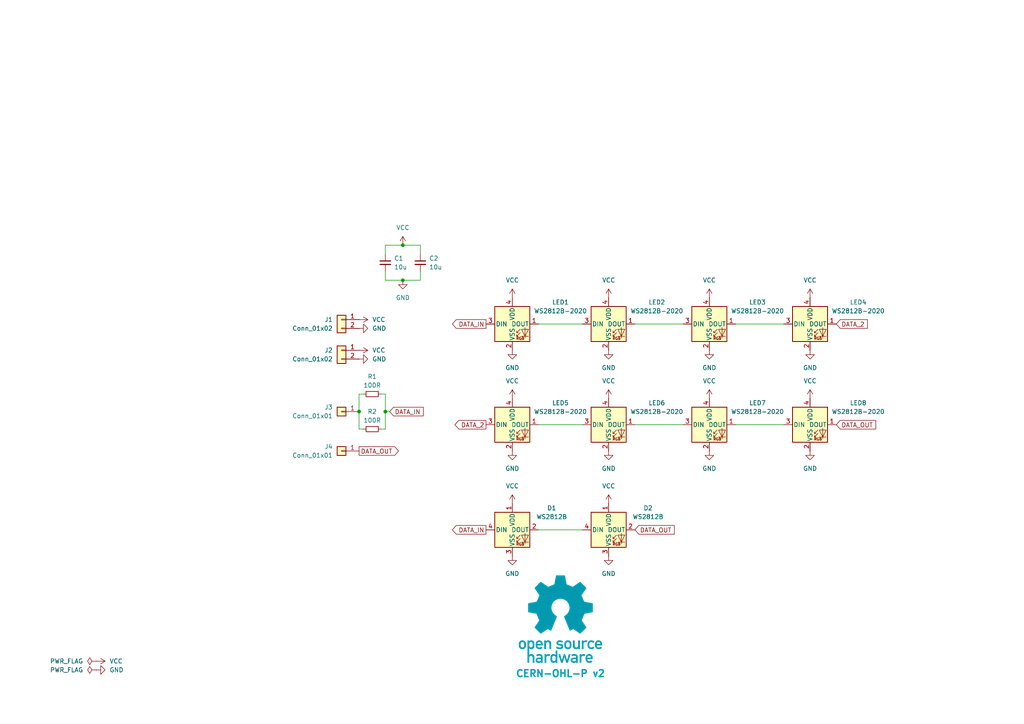
<source format=kicad_sch>
(kicad_sch (version 20231120) (generator "eeschema") (generator_version "8.0")
  (paper "A4")
  (title_block (title "LED Jig") (date "2024-03-23"))
  (lib_symbols
    (symbol "Connector_Generic:Conn_01x01" (pin_names (offset 1.016) hide)
      (property "Reference" "J" (at 0 2.54 0))
      (property "Value" "Conn_01x01" (at 0 -2.54 0))
      (symbol "Conn_01x01_1_1"
        (rectangle (start -1.27 0.127) (end 0 -0.127) (stroke (width 0.1524)))
        (rectangle (start -1.27 1.27) (end 1.27 -1.27) (stroke (width 0.254)) (fill (type background)))
        (pin passive line (at -5.08 0 0) (length 3.81) (name "Pin_1") (number "1"))
      )
    )
    (symbol "Connector_Generic:Conn_01x02" (pin_names (offset 1.016) hide)
      (property "Reference" "J" (at 0 2.54 0))
      (property "Value" "Conn_01x02" (at 0 -5.08 0))
      (symbol "Conn_01x02_1_1"
        (rectangle (start -1.27 -2.413) (end 0 -2.667) (stroke (width 0.1524)))
        (rectangle (start -1.27 0.127) (end 0 -0.127) (stroke (width 0.1524)))
        (rectangle (start -1.27 1.27) (end 1.27 -3.81) (stroke (width 0.254)) (fill (type background)))
        (pin passive line (at -5.08 0 0) (length 3.81) (name "Pin_1") (number "1"))
        (pin passive line (at -5.08 -2.54 0) (length 3.81) (name "Pin_2") (number "2"))
      )
    )
    (symbol "Device:C_Small" (pin_numbers hide) (pin_names (offset 0.254) hide)
      (property "Reference" "C" (at 0.254 1.778 0))
      (property "Value" "C_Small" (at 0.254 -2.032 0))
      (symbol "C_Small_0_1"
        (polyline (pts (xy -1.524 -0.508) (xy 1.524 -0.508)) (stroke (width 0.3302)))
        (polyline (pts (xy -1.524 0.508) (xy 1.524 0.508)) (stroke (width 0.3048)))
      )
      (symbol "C_Small_1_1"
        (pin passive line (at 0 2.54 270) (length 2.032) (name "~") (number "1"))
        (pin passive line (at 0 -2.54 90) (length 2.032) (name "~") (number "2"))
      )
    )
    (symbol "Device:R_Small" (pin_numbers hide) (pin_names (offset 0.254) hide)
      (property "Reference" "R" (at 0.762 0.508 0))
      (property "Value" "R_Small" (at 0.762 -1.016 0))
      (symbol "R_Small_0_1"
        (rectangle (start -0.762 1.778) (end 0.762 -1.778) (stroke (width 0.2032)))
      )
      (symbol "R_Small_1_1"
        (pin passive line (at 0 2.54 270) (length 0.762) (name "~") (number "1"))
        (pin passive line (at 0 -2.54 90) (length 0.762) (name "~") (number "2"))
      )
    )
    (symbol "LED:WS2812B" (pin_names (offset 0.254))
      (property "Reference" "D" (at 5.08 5.715 0))
      (property "Value" "WS2812B" (at 1.27 -5.715 0))
      (symbol "WS2812B_0_0"
        (text "RGB" (at 2.286 -4.191 0) (effects (font (size 0.762 0.762))))
      )
      (symbol "WS2812B_0_1"
        (polyline (pts (xy 1.27 -3.556) (xy 1.778 -3.556)))
        (polyline (pts (xy 1.27 -2.54) (xy 1.778 -2.54)))
        (polyline (pts (xy 4.699 -3.556) (xy 2.667 -3.556)))
        (polyline (pts (xy 2.286 -2.54) (xy 1.27 -3.556) (xy 1.27 -3.048)))
        (polyline (pts (xy 2.286 -1.524) (xy 1.27 -2.54) (xy 1.27 -2.032)))
        (polyline (pts (xy 3.683 -1.016) (xy 3.683 -3.556) (xy 3.683 -4.064)))
        (polyline (pts (xy 4.699 -1.524) (xy 2.667 -1.524) (xy 3.683 -3.556) (xy 4.699 -1.524)))
        (rectangle (start 5.08 5.08) (end -5.08 -5.08) (stroke (width 0.254)) (fill (type background)))
      )
      (symbol "WS2812B_1_1"
        (pin power_in line (at 0 7.62 270) (length 2.54) (name "VDD") (number "1"))
        (pin output line (at 7.62 0 180) (length 2.54) (name "DOUT") (number "2"))
        (pin power_in line (at 0 -7.62 90) (length 2.54) (name "VSS") (number "3"))
        (pin input line (at -7.62 0 0) (length 2.54) (name "DIN") (number "4"))
      )
    )
    (symbol "LED:WS2812B-2020" (pin_names (offset 0.254))
      (property "Reference" "D" (at 5.08 5.715 0))
      (property "Value" "WS2812B-2020" (at 1.27 -5.715 0))
      (symbol "WS2812B-2020_0_0"
        (text "RGB" (at 2.286 -4.191 0) (effects (font (size 0.762 0.762))))
      )
      (symbol "WS2812B-2020_0_1"
        (polyline (pts (xy 1.27 -3.556) (xy 1.778 -3.556)))
        (polyline (pts (xy 1.27 -2.54) (xy 1.778 -2.54)))
        (polyline (pts (xy 4.699 -3.556) (xy 2.667 -3.556)))
        (polyline (pts (xy 2.286 -2.54) (xy 1.27 -3.556) (xy 1.27 -3.048)))
        (polyline (pts (xy 2.286 -1.524) (xy 1.27 -2.54) (xy 1.27 -2.032)))
        (polyline (pts (xy 3.683 -1.016) (xy 3.683 -3.556) (xy 3.683 -4.064)))
        (polyline (pts (xy 4.699 -1.524) (xy 2.667 -1.524) (xy 3.683 -3.556) (xy 4.699 -1.524)))
        (rectangle (start 5.08 5.08) (end -5.08 -5.08) (stroke (width 0.254)) (fill (type background)))
      )
      (symbol "WS2812B-2020_1_1"
        (pin output line (at 7.62 0 180) (length 2.54) (name "DOUT") (number "1"))
        (pin power_in line (at 0 -7.62 90) (length 2.54) (name "VSS") (number "2"))
        (pin input line (at -7.62 0 0) (length 2.54) (name "DIN") (number "3"))
        (pin power_in line (at 0 7.62 270) (length 2.54) (name "VDD") (number "4"))
      )
    )
    (symbol "power:+5V" (power) (pin_numbers hide) (pin_names (offset 0) hide)
      (property "Value" "+5V" (at 0 3.556 0))
      (symbol "+5V_0_1"
        (polyline (pts (xy -0.762 1.27) (xy 0 2.54)))
        (polyline (pts (xy 0 0) (xy 0 2.54)))
        (polyline (pts (xy 0 2.54) (xy 0.762 1.27)))
      )
      (symbol "+5V_1_1"
        (pin power_in line (at 0 0 90) (length 0) (name "~") (number "1"))
      )
    )
    (symbol "power:GND" (power) (pin_numbers hide) (pin_names (offset 0) hide)
      (property "Value" "GND" (at 0 -3.81 0))
      (symbol "GND_0_1"
        (polyline (pts (xy 0 0) (xy 0 -1.27) (xy 1.27 -1.27) (xy 0 -2.54) (xy -1.27 -1.27) (xy 0 -1.27)))
      )
      (symbol "GND_1_1"
        (pin power_in line (at 0 0 270) (length 0) (name "~") (number "1"))
      )
    )
    (symbol "power:PWR_FLAG" (power) (pin_numbers hide) (pin_names (offset 0) hide)
      (property "Value" "PWR_FLAG" (at 0 3.81 0))
      (symbol "PWR_FLAG_0_0"
        (pin power_out line (at 0 0 90) (length 0) (name "~") (number "1"))
      )
      (symbol "PWR_FLAG_0_1"
        (polyline (pts (xy 0 0) (xy 0 1.27) (xy -1.016 1.905) (xy 0 2.54) (xy 1.016 1.905) (xy 0 1.27)))
      )
    )
  )
  (junction (at 104.14 119.38))
  (junction (at 111.76 119.38))
  (junction (at 116.84 71.12))
  (junction (at 116.84 81.28))
  (wire (pts (xy 111.76 78.74) (xy 111.76 81.28)))
  (wire (pts (xy 111.76 73.66) (xy 111.76 71.12)))
  (wire (pts (xy 111.76 81.28) (xy 116.84 81.28)))
  (wire (pts (xy 213.36 93.98) (xy 227.33 93.98)))
  (wire (pts (xy 121.92 78.74) (xy 121.92 81.28)))
  (wire (pts (xy 213.36 123.19) (xy 227.33 123.19)))
  (wire (pts (xy 111.76 114.3) (xy 110.49 114.3)))
  (wire (pts (xy 110.49 124.46) (xy 111.76 124.46)))
  (wire (pts (xy 104.14 114.3) (xy 104.14 119.38)))
  (wire (pts (xy 104.14 124.46) (xy 104.14 119.38)))
  (wire (pts (xy 121.92 71.12) (xy 116.84 71.12)))
  (wire (pts (xy 156.21 93.98) (xy 168.91 93.98)))
  (wire (pts (xy 121.92 73.66) (xy 121.92 71.12)))
  (wire (pts (xy 105.41 114.3) (xy 104.14 114.3)))
  (wire (pts (xy 184.15 123.19) (xy 198.12 123.19)))
  (wire (pts (xy 111.76 71.12) (xy 116.84 71.12)))
  (wire (pts (xy 156.21 123.19) (xy 168.91 123.19)))
  (wire (pts (xy 184.15 93.98) (xy 198.12 93.98)))
  (wire (pts (xy 111.76 124.46) (xy 111.76 119.38)))
  (wire (pts (xy 111.76 114.3) (xy 111.76 119.38)))
  (wire (pts (xy 105.41 124.46) (xy 104.14 124.46)))
  (wire (pts (xy 156.21 153.67) (xy 168.91 153.67)))
  (wire (pts (xy 111.76 119.38) (xy 113.03 119.38)))
  (wire (pts (xy 121.92 81.28) (xy 116.84 81.28)))
  (image (at 162.56 179.578) (scale 0.37481))
  (text "CERN-OHL-P v2" (at 162.56 195.58 0) (effects (font (size 2 2) (thickness 0.4) (bold yes))))
  (global_label "DATA_OUT" (shape input) (at 184.15 153.67 0) (property "Intersheetrefs" "${INTERSHEET_REFS}" (effects (hide yes))))
  (global_label "DATA_IN" (shape output) (at 140.97 93.98 180) (property "Intersheetrefs" "${INTERSHEET_REFS}" (effects (hide yes))))
  (global_label "DATA_OUT" (shape input) (at 242.57 123.19 0) (property "Intersheetrefs" "${INTERSHEET_REFS}" (effects (hide yes))))
  (global_label "DATA_IN" (shape output) (at 140.97 153.67 180) (property "Intersheetrefs" "${INTERSHEET_REFS}" (effects (hide yes))))
  (global_label "DATA_OUT" (shape output) (at 104.14 130.81 0) (property "Intersheetrefs" "${INTERSHEET_REFS}" (effects (hide yes))))
  (global_label "DATA_IN" (shape input) (at 113.03 119.38 0) (property "Intersheetrefs" "${INTERSHEET_REFS}" (effects (hide yes))))
  (global_label "DATA_2" (shape output) (at 140.97 123.19 180) (property "Intersheetrefs" "${INTERSHEET_REFS}" (effects (hide yes))))
  (global_label "DATA_2" (shape input) (at 242.57 93.98 0) (property "Intersheetrefs" "${INTERSHEET_REFS}" (effects (hide yes))))
  (symbol (lib_id "Device:C_Small") (at 121.92 76.2 0) (unit 1)
    (property "Reference" "C2" (at 124.46 74.9362 0) (effects (justify left)))
    (property "Value" "10u" (at 124.46 77.4762 0) (effects (justify left)))
    (property "Footprint" "custom:C_0603_1608Metric_Pad1.08x0.95mm_HandSolder" (effects (hide yes)))
    (property "Description" "Unpolarized capacitor, small symbol" (effects (hide yes)))
  )
  (symbol (lib_id "Connector_Generic:Conn_01x01") (at 99.06 130.81 0) (mirror y) (unit 1)
    (property "Reference" "J4" (at 96.52 129.5399 0) (effects (justify left)))
    (property "Value" "Conn_01x01" (at 96.52 132.0799 0) (effects (justify left)))
    (property "Footprint" "custom:PinHeader_1x01_P2.54mm_simple" (effects (hide yes)))
    (property "Description" "Generic connector, single row, 01x01, script generated (kicad-library-utils/schlib/autogen/connector/)" (effects (hide yes)))
  )
  (symbol (lib_id "power:GND") (at 104.14 95.25 90) (unit 1)
    (property "Reference" "#PWR04" (effects (hide yes)))
    (property "Value" "GND" (at 107.95 95.25 90) (effects (justify right)))
    (property "Description" "Power symbol creates a global label with name \"GND\" , ground" (effects (hide yes)))
  )
  (symbol (lib_id "power:+5V") (at 104.14 101.6 270) (unit 1)
    (property "Reference" "#PWR05" (effects (hide yes)))
    (property "Value" "VCC" (at 107.95 101.5999 90) (effects (justify left)))
    (property "Description" "Power symbol creates a global label with name \"+5V\"" (effects (hide yes)))
  )
  (symbol (lib_id "power:+5V") (at 176.53 146.05 0) (mirror y) (unit 1)
    (property "Reference" "#PWR024" (effects (hide yes)))
    (property "Value" "VCC" (at 176.53 140.97 0))
    (property "Description" "Power symbol creates a global label with name \"+5V\"" (effects (hide yes)))
  )
  (symbol (lib_id "power:+5V") (at 104.14 92.71 270) (unit 1)
    (property "Reference" "#PWR01" (effects (hide yes)))
    (property "Value" "VCC" (at 107.95 92.7099 90) (effects (justify left)))
    (property "Description" "Power symbol creates a global label with name \"+5V\"" (effects (hide yes)))
  )
  (symbol (lib_id "power:+5V") (at 148.59 86.36 0) (mirror y) (unit 1)
    (property "Reference" "#PWR013" (effects (hide yes)))
    (property "Value" "VCC" (at 148.59 81.28 0))
    (property "Description" "Power symbol creates a global label with name \"+5V\"" (effects (hide yes)))
  )
  (symbol (lib_id "LED:WS2812B-2020") (at 234.95 93.98 0) (unit 1)
    (property "Reference" "LED4" (at 248.92 87.6614 0))
    (property "Value" "WS2812B-2020" (at 248.92 90.2014 0))
    (property "Footprint" "lcsc:LED-SMD_4P-L2.0-W2.0-BR-1" (effects (hide yes)))
    (property "Datasheet" "https://cdn-shop.adafruit.com/product-files/4684/4684_WS2812B-2020_V1.3_EN.pdf" (effects (hide yes)))
    (property "Description" "RGB LED with integrated controller, 2.0 x 2.0 mm, 12 mA" (effects (hide yes)))
  )
  (symbol (lib_id "power:GND") (at 148.59 101.6 0) (mirror y) (unit 1)
    (property "Reference" "#PWR010" (effects (hide yes)))
    (property "Value" "GND" (at 148.59 106.68 0))
    (property "Description" "Power symbol creates a global label with name \"GND\" , ground" (effects (hide yes)))
  )
  (symbol (lib_id "power:GND") (at 116.84 81.28 0) (unit 1)
    (property "Reference" "#PWR028" (effects (hide yes)))
    (property "Value" "GND" (at 116.84 86.36 0))
    (property "Description" "Power symbol creates a global label with name \"GND\" , ground" (effects (hide yes)))
  )
  (symbol (lib_id "power:GND") (at 234.95 130.81 0) (mirror y) (unit 1)
    (property "Reference" "#PWR022" (effects (hide yes)))
    (property "Value" "GND" (at 234.95 135.89 0))
    (property "Description" "Power symbol creates a global label with name \"GND\" , ground" (effects (hide yes)))
  )
  (symbol (lib_id "LED:WS2812B") (at 176.53 153.67 0) (unit 1)
    (property "Reference" "D2" (at 187.96 147.3514 0))
    (property "Value" "WS2812B" (at 187.96 149.8914 0))
    (property "Footprint" "custom:LED_WS2812B_PLCC4_5.0x5.0mm_P3.2mm_simple_small_courtyard" (effects (hide yes)))
    (property "Datasheet" "https://cdn-shop.adafruit.com/datasheets/WS2812B.pdf" (effects (hide yes)))
    (property "Description" "RGB LED with integrated controller" (effects (hide yes)))
  )
  (symbol (lib_id "power:GND") (at 176.53 161.29 0) (mirror y) (unit 1)
    (property "Reference" "#PWR026" (effects (hide yes)))
    (property "Value" "GND" (at 176.53 166.37 0))
    (property "Description" "Power symbol creates a global label with name \"GND\" , ground" (effects (hide yes)))
  )
  (symbol (lib_id "power:GND") (at 176.53 130.81 0) (mirror y) (unit 1)
    (property "Reference" "#PWR016" (effects (hide yes)))
    (property "Value" "GND" (at 176.53 135.89 0))
    (property "Description" "Power symbol creates a global label with name \"GND\" , ground" (effects (hide yes)))
  )
  (symbol (lib_id "LED:WS2812B-2020") (at 148.59 93.98 0) (unit 1)
    (property "Reference" "LED1" (at 162.56 87.6614 0))
    (property "Value" "WS2812B-2020" (at 162.56 90.2014 0))
    (property "Footprint" "lcsc:LED-SMD_4P-L2.0-W2.0-BR-1" (effects (hide yes)))
    (property "Datasheet" "https://cdn-shop.adafruit.com/product-files/4684/4684_WS2812B-2020_V1.3_EN.pdf" (effects (hide yes)))
    (property "Description" "RGB LED with integrated controller, 2.0 x 2.0 mm, 12 mA" (effects (hide yes)))
  )
  (symbol (lib_id "power:GND") (at 205.74 101.6 0) (mirror y) (unit 1)
    (property "Reference" "#PWR012" (effects (hide yes)))
    (property "Value" "GND" (at 205.74 106.68 0))
    (property "Description" "Power symbol creates a global label with name \"GND\" , ground" (effects (hide yes)))
  )
  (symbol (lib_id "LED:WS2812B-2020") (at 205.74 123.19 0) (unit 1)
    (property "Reference" "LED7" (at 219.71 116.8714 0))
    (property "Value" "WS2812B-2020" (at 219.71 119.4114 0))
    (property "Footprint" "lcsc:LED-SMD_4P-L2.0-W2.0-BR-1" (effects (hide yes)))
    (property "Datasheet" "https://cdn-shop.adafruit.com/product-files/4684/4684_WS2812B-2020_V1.3_EN.pdf" (effects (hide yes)))
    (property "Description" "RGB LED with integrated controller, 2.0 x 2.0 mm, 12 mA" (effects (hide yes)))
  )
  (symbol (lib_id "power:GND") (at 27.94 194.31 90) (unit 1)
    (property "Reference" "#PWR03" (effects (hide yes)))
    (property "Value" "GND" (at 31.75 194.31 90) (effects (justify right)))
    (property "Description" "Power symbol creates a global label with name \"GND\" , ground" (effects (hide yes)))
  )
  (symbol (lib_id "power:GND") (at 148.59 161.29 0) (mirror y) (unit 1)
    (property "Reference" "#PWR025" (effects (hide yes)))
    (property "Value" "GND" (at 148.59 166.37 0))
    (property "Description" "Power symbol creates a global label with name \"GND\" , ground" (effects (hide yes)))
  )
  (symbol (lib_id "LED:WS2812B") (at 148.59 153.67 0) (unit 1)
    (property "Reference" "D1" (at 160.02 147.3514 0))
    (property "Value" "WS2812B" (at 160.02 149.8914 0))
    (property "Footprint" "custom:LED_WS2812B_PLCC4_5.0x5.0mm_P3.2mm_simple_small_courtyard" (effects (hide yes)))
    (property "Datasheet" "https://cdn-shop.adafruit.com/datasheets/WS2812B.pdf" (effects (hide yes)))
    (property "Description" "RGB LED with integrated controller" (effects (hide yes)))
  )
  (symbol (lib_id "power:PWR_FLAG") (at 27.94 191.77 90) (unit 1)
    (property "Reference" "#FLG03" (effects (hide yes)))
    (property "Value" "PWR_FLAG" (at 24.13 191.7699 90) (effects (justify left)))
    (property "Description" "Special symbol for telling ERC where power comes from" (effects (hide yes)))
  )
  (symbol (lib_id "power:GND") (at 148.59 130.81 0) (mirror y) (unit 1)
    (property "Reference" "#PWR08" (effects (hide yes)))
    (property "Value" "GND" (at 148.59 135.89 0))
    (property "Description" "Power symbol creates a global label with name \"GND\" , ground" (effects (hide yes)))
  )
  (symbol (lib_id "Connector_Generic:Conn_01x01") (at 99.06 119.38 0) (mirror y) (unit 1)
    (property "Reference" "J3" (at 96.52 118.1099 0) (effects (justify left)))
    (property "Value" "Conn_01x01" (at 96.52 120.6499 0) (effects (justify left)))
    (property "Footprint" "custom:PinHeader_1x01_P2.54mm_simple" (effects (hide yes)))
    (property "Description" "Generic connector, single row, 01x01, script generated (kicad-library-utils/schlib/autogen/connector/)" (effects (hide yes)))
  )
  (symbol (lib_id "power:GND") (at 205.74 130.81 0) (mirror y) (unit 1)
    (property "Reference" "#PWR018" (effects (hide yes)))
    (property "Value" "GND" (at 205.74 135.89 0))
    (property "Description" "Power symbol creates a global label with name \"GND\" , ground" (effects (hide yes)))
  )
  (symbol (lib_id "Connector_Generic:Conn_01x02") (at 99.06 101.6 0) (mirror y) (unit 1)
    (property "Reference" "J2" (at 96.52 101.5999 0) (effects (justify left)))
    (property "Value" "Conn_01x02" (at 96.52 104.1399 0) (effects (justify left)))
    (property "Footprint" "custom:PinHeader_1x02_P2.54mm_Vertical_simple" (effects (hide yes)))
    (property "Description" "Generic connector, single row, 01x02, script generated (kicad-library-utils/schlib/autogen/connector/)" (effects (hide yes)))
  )
  (symbol (lib_id "power:+5V") (at 176.53 86.36 0) (mirror y) (unit 1)
    (property "Reference" "#PWR014" (effects (hide yes)))
    (property "Value" "VCC" (at 176.53 81.28 0))
    (property "Description" "Power symbol creates a global label with name \"+5V\"" (effects (hide yes)))
  )
  (symbol (lib_id "power:GND") (at 104.14 104.14 90) (unit 1)
    (property "Reference" "#PWR06" (effects (hide yes)))
    (property "Value" "GND" (at 107.95 104.14 90) (effects (justify right)))
    (property "Description" "Power symbol creates a global label with name \"GND\" , ground" (effects (hide yes)))
  )
  (symbol (lib_id "power:+5V") (at 148.59 146.05 0) (mirror y) (unit 1)
    (property "Reference" "#PWR023" (effects (hide yes)))
    (property "Value" "VCC" (at 148.59 140.97 0))
    (property "Description" "Power symbol creates a global label with name \"+5V\"" (effects (hide yes)))
  )
  (symbol (lib_id "power:+5V") (at 27.94 191.77 270) (unit 1)
    (property "Reference" "#PWR02" (effects (hide yes)))
    (property "Value" "VCC" (at 31.75 191.7699 90) (effects (justify left)))
    (property "Description" "Power symbol creates a global label with name \"+5V\"" (effects (hide yes)))
  )
  (symbol (lib_id "Device:R_Small") (at 107.95 114.3 90) (unit 1)
    (property "Reference" "R1" (at 107.95 109.22 90))
    (property "Value" "100R" (at 107.95 111.76 90))
    (property "Footprint" "Resistor_SMD:R_0603_1608Metric_Pad0.98x0.95mm_HandSolder" (effects (hide yes)))
    (property "Description" "Resistor, small symbol" (effects (hide yes)))
  )
  (symbol (lib_id "Device:C_Small") (at 111.76 76.2 0) (unit 1)
    (property "Reference" "C1" (at 114.3 74.9362 0) (effects (justify left)))
    (property "Value" "10u" (at 114.3 77.4762 0) (effects (justify left)))
    (property "Footprint" "custom:C_0603_1608Metric_Pad1.08x0.95mm_HandSolder" (effects (hide yes)))
    (property "Description" "Unpolarized capacitor, small symbol" (effects (hide yes)))
  )
  (symbol (lib_id "LED:WS2812B-2020") (at 176.53 93.98 0) (unit 1)
    (property "Reference" "LED2" (at 190.5 87.6614 0))
    (property "Value" "WS2812B-2020" (at 190.5 90.2014 0))
    (property "Footprint" "lcsc:LED-SMD_4P-L2.0-W2.0-BR-1" (effects (hide yes)))
    (property "Datasheet" "https://cdn-shop.adafruit.com/product-files/4684/4684_WS2812B-2020_V1.3_EN.pdf" (effects (hide yes)))
    (property "Description" "RGB LED with integrated controller, 2.0 x 2.0 mm, 12 mA" (effects (hide yes)))
  )
  (symbol (lib_id "power:+5V") (at 234.95 86.36 0) (mirror y) (unit 1)
    (property "Reference" "#PWR019" (effects (hide yes)))
    (property "Value" "VCC" (at 234.95 81.28 0))
    (property "Description" "Power symbol creates a global label with name \"+5V\"" (effects (hide yes)))
  )
  (symbol (lib_id "power:PWR_FLAG") (at 27.94 194.31 90) (unit 1)
    (property "Reference" "#FLG04" (effects (hide yes)))
    (property "Value" "PWR_FLAG" (at 24.13 194.3099 90) (effects (justify left)))
    (property "Description" "Special symbol for telling ERC where power comes from" (effects (hide yes)))
  )
  (symbol (lib_id "LED:WS2812B-2020") (at 148.59 123.19 0) (unit 1)
    (property "Reference" "LED5" (at 162.56 116.8714 0))
    (property "Value" "WS2812B-2020" (at 162.56 119.4114 0))
    (property "Footprint" "lcsc:LED-SMD_4P-L2.0-W2.0-BR-1" (effects (hide yes)))
    (property "Datasheet" "https://cdn-shop.adafruit.com/product-files/4684/4684_WS2812B-2020_V1.3_EN.pdf" (effects (hide yes)))
    (property "Description" "RGB LED with integrated controller, 2.0 x 2.0 mm, 12 mA" (effects (hide yes)))
  )
  (symbol (lib_id "power:+5V") (at 148.59 115.57 0) (mirror y) (unit 1)
    (property "Reference" "#PWR07" (effects (hide yes)))
    (property "Value" "VCC" (at 148.59 110.49 0))
    (property "Description" "Power symbol creates a global label with name \"+5V\"" (effects (hide yes)))
  )
  (symbol (lib_id "power:+5V") (at 205.74 115.57 0) (mirror y) (unit 1)
    (property "Reference" "#PWR017" (effects (hide yes)))
    (property "Value" "VCC" (at 205.74 110.49 0))
    (property "Description" "Power symbol creates a global label with name \"+5V\"" (effects (hide yes)))
  )
  (symbol (lib_id "power:+5V") (at 116.84 71.12 0) (unit 1)
    (property "Reference" "#PWR027" (effects (hide yes)))
    (property "Value" "VCC" (at 116.84 66.04 0))
    (property "Description" "Power symbol creates a global label with name \"+5V\"" (effects (hide yes)))
  )
  (symbol (lib_id "Connector_Generic:Conn_01x02") (at 99.06 92.71 0) (mirror y) (unit 1)
    (property "Reference" "J1" (at 96.52 92.7099 0) (effects (justify left)))
    (property "Value" "Conn_01x02" (at 96.52 95.2499 0) (effects (justify left)))
    (property "Footprint" "custom:PinHeader_1x02_P2.54mm_Vertical_simple" (effects (hide yes)))
    (property "Description" "Generic connector, single row, 01x02, script generated (kicad-library-utils/schlib/autogen/connector/)" (effects (hide yes)))
  )
  (symbol (lib_id "power:GND") (at 234.95 101.6 0) (mirror y) (unit 1)
    (property "Reference" "#PWR020" (effects (hide yes)))
    (property "Value" "GND" (at 234.95 106.68 0))
    (property "Description" "Power symbol creates a global label with name \"GND\" , ground" (effects (hide yes)))
  )
  (symbol (lib_id "power:GND") (at 176.53 101.6 0) (mirror y) (unit 1)
    (property "Reference" "#PWR011" (effects (hide yes)))
    (property "Value" "GND" (at 176.53 106.68 0))
    (property "Description" "Power symbol creates a global label with name \"GND\" , ground" (effects (hide yes)))
  )
  (symbol (lib_id "power:+5V") (at 176.53 115.57 0) (mirror y) (unit 1)
    (property "Reference" "#PWR09" (effects (hide yes)))
    (property "Value" "VCC" (at 176.53 110.49 0))
    (property "Description" "Power symbol creates a global label with name \"+5V\"" (effects (hide yes)))
  )
  (symbol (lib_id "Device:R_Small") (at 107.95 124.46 90) (unit 1)
    (property "Reference" "R2" (at 107.95 119.38 90))
    (property "Value" "100R" (at 107.95 121.92 90))
    (property "Footprint" "Resistor_SMD:R_0603_1608Metric_Pad0.98x0.95mm_HandSolder" (effects (hide yes)))
    (property "Description" "Resistor, small symbol" (effects (hide yes)))
  )
  (symbol (lib_id "LED:WS2812B-2020") (at 176.53 123.19 0) (unit 1)
    (property "Reference" "LED6" (at 190.5 116.8714 0))
    (property "Value" "WS2812B-2020" (at 190.5 119.4114 0))
    (property "Footprint" "lcsc:LED-SMD_4P-L2.0-W2.0-BR-1" (effects (hide yes)))
    (property "Datasheet" "https://cdn-shop.adafruit.com/product-files/4684/4684_WS2812B-2020_V1.3_EN.pdf" (effects (hide yes)))
    (property "Description" "RGB LED with integrated controller, 2.0 x 2.0 mm, 12 mA" (effects (hide yes)))
  )
  (symbol (lib_id "power:+5V") (at 234.95 115.57 0) (mirror y) (unit 1)
    (property "Reference" "#PWR021" (effects (hide yes)))
    (property "Value" "VCC" (at 234.95 110.49 0))
    (property "Description" "Power symbol creates a global label with name \"+5V\"" (effects (hide yes)))
  )
  (symbol (lib_id "power:+5V") (at 205.74 86.36 0) (mirror y) (unit 1)
    (property "Reference" "#PWR015" (effects (hide yes)))
    (property "Value" "VCC" (at 205.74 81.28 0))
    (property "Description" "Power symbol creates a global label with name \"+5V\"" (effects (hide yes)))
  )
  (symbol (lib_id "LED:WS2812B-2020") (at 234.95 123.19 0) (unit 1)
    (property "Reference" "LED8" (at 248.92 116.8714 0))
    (property "Value" "WS2812B-2020" (at 248.92 119.4114 0))
    (property "Footprint" "lcsc:LED-SMD_4P-L2.0-W2.0-BR-1" (effects (hide yes)))
    (property "Datasheet" "https://cdn-shop.adafruit.com/product-files/4684/4684_WS2812B-2020_V1.3_EN.pdf" (effects (hide yes)))
    (property "Description" "RGB LED with integrated controller, 2.0 x 2.0 mm, 12 mA" (effects (hide yes)))
  )
  (symbol (lib_id "LED:WS2812B-2020") (at 205.74 93.98 0) (unit 1)
    (property "Reference" "LED3" (at 219.71 87.6614 0))
    (property "Value" "WS2812B-2020" (at 219.71 90.2014 0))
    (property "Footprint" "lcsc:LED-SMD_4P-L2.0-W2.0-BR-1" (effects (hide yes)))
    (property "Datasheet" "https://cdn-shop.adafruit.com/product-files/4684/4684_WS2812B-2020_V1.3_EN.pdf" (effects (hide yes)))
    (property "Description" "RGB LED with integrated controller, 2.0 x 2.0 mm, 12 mA" (effects (hide yes)))
  )
)
</source>
